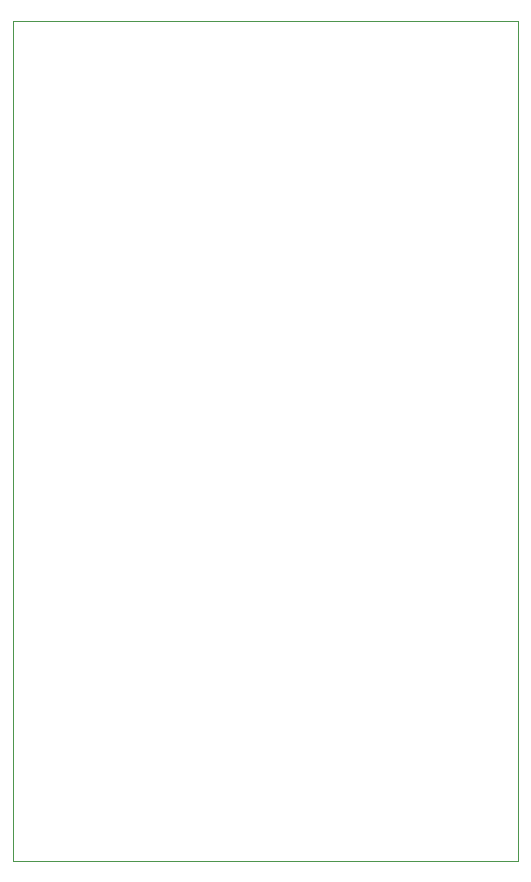
<source format=gbr>
%TF.GenerationSoftware,KiCad,Pcbnew,9.0.1+dfsg-1*%
%TF.CreationDate,2025-05-01T11:00:42+02:00*%
%TF.ProjectId,cellular-modem,63656c6c-756c-4617-922d-6d6f64656d2e,rev?*%
%TF.SameCoordinates,Original*%
%TF.FileFunction,Profile,NP*%
%FSLAX46Y46*%
G04 Gerber Fmt 4.6, Leading zero omitted, Abs format (unit mm)*
G04 Created by KiCad (PCBNEW 9.0.1+dfsg-1) date 2025-05-01 11:00:42*
%MOMM*%
%LPD*%
G01*
G04 APERTURE LIST*
%TA.AperFunction,Profile*%
%ADD10C,0.050000*%
%TD*%
G04 APERTURE END LIST*
D10*
%TO.C,M1*%
X67945200Y-35763199D02*
X67945200Y-106883201D01*
X67945200Y-35763199D02*
X110745200Y-35763199D01*
X67945200Y-106883201D02*
X110745200Y-106883201D01*
X110745200Y-35763199D02*
X110745200Y-106883201D01*
%TD*%
M02*

</source>
